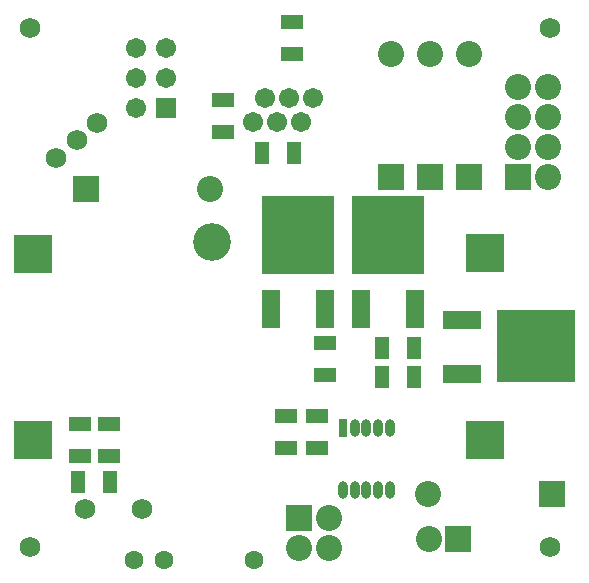
<source format=gbs>
%FSAX44Y44*%
%MOMM*%
G71*
G01*
G75*
G04 Layer_Color=16711935*
%ADD10R,1.1000X1.7000*%
%ADD11R,1.7000X1.1000*%
%ADD12O,1.9000X0.6000*%
%ADD13R,6.0000X6.5000*%
%ADD14R,1.4000X3.0000*%
%ADD15R,1.4000X1.1000*%
%ADD16O,0.5500X1.6500*%
%ADD17O,1.6500X0.5500*%
%ADD18C,0.5080*%
%ADD19C,1.5000*%
%ADD20C,1.5240*%
%ADD21C,3.0000*%
%ADD22R,3.0000X3.0000*%
%ADD23C,2.0000*%
%ADD24R,2.0000X2.0000*%
%ADD25C,2.0000*%
%ADD26R,2.0000X2.0000*%
%ADD27R,2.0000X2.0000*%
%ADD28C,1.5000*%
%ADD29R,1.5000X1.5000*%
%ADD30R,2.0000X2.0000*%
%ADD31C,1.4000*%
%ADD32C,0.5000*%
%ADD33C,3.4500*%
%ADD34C,0.8000*%
%ADD35O,0.5800X1.3000*%
%ADD36R,0.5800X1.3000*%
%ADD37R,6.5000X6.0000*%
%ADD38R,3.0000X1.4000*%
%ADD39C,1.0000*%
%ADD40R,2.2191X0.9960*%
%ADD41C,0.2540*%
%ADD42C,0.2500*%
%ADD43C,0.2000*%
%ADD44C,0.6000*%
%ADD45R,0.8000X2.8000*%
%ADD46R,2.8000X0.8000*%
%ADD47R,1.3032X1.9032*%
%ADD48R,1.9032X1.3032*%
%ADD49O,2.1032X0.8032*%
%ADD50R,6.2032X6.7032*%
%ADD51R,1.6032X3.2032*%
%ADD52R,1.6032X1.3032*%
%ADD53O,0.7532X1.8532*%
%ADD54O,1.8532X0.7532*%
%ADD55C,1.7272*%
%ADD56C,3.2032*%
%ADD57R,3.2032X3.2032*%
%ADD58C,2.2032*%
%ADD59R,2.2032X2.2032*%
%ADD60C,2.2032*%
%ADD61R,2.2032X2.2032*%
%ADD62R,2.2032X2.2032*%
%ADD63C,1.7032*%
%ADD64R,1.7032X1.7032*%
%ADD65R,2.2032X2.2032*%
%ADD66C,1.6032*%
%ADD67O,0.7832X1.5032*%
%ADD68R,0.7832X1.5032*%
%ADD69R,6.7032X6.2032*%
%ADD70R,3.2032X1.6032*%
D47*
X00455460Y00398780D02*
D03*
X00428460D02*
D03*
X00326860Y00563880D02*
D03*
X00353860D02*
D03*
X00428460Y00374650D02*
D03*
X00455460D02*
D03*
X00197650Y00285750D02*
D03*
X00170650D02*
D03*
D48*
X00373380Y00341160D02*
D03*
Y00314160D02*
D03*
X00346710Y00341160D02*
D03*
Y00314160D02*
D03*
X00379730Y00376390D02*
D03*
Y00403390D02*
D03*
X00351790Y00648170D02*
D03*
Y00675170D02*
D03*
X00293370Y00609130D02*
D03*
Y00582130D02*
D03*
X00172720Y00307810D02*
D03*
Y00334810D02*
D03*
X00196850Y00307810D02*
D03*
Y00334810D02*
D03*
D50*
X00356720Y00494800D02*
D03*
X00432920D02*
D03*
D51*
X00334020Y00432300D02*
D03*
X00379720Y00432300D02*
D03*
X00410220Y00432300D02*
D03*
X00455920Y00432300D02*
D03*
D55*
X00170180Y00575310D02*
D03*
X00186690Y00589280D02*
D03*
X00152400Y00560070D02*
D03*
X00225060Y00262890D02*
D03*
X00176260D02*
D03*
X00570000Y00670000D02*
D03*
X00130000D02*
D03*
Y00230000D02*
D03*
X00570000D02*
D03*
D56*
X00284580Y00488235D02*
D03*
D57*
X00132580Y00321400D02*
D03*
X00514985D02*
D03*
Y00479505D02*
D03*
X00132580Y00478235D02*
D03*
D58*
X00383540Y00255270D02*
D03*
Y00229870D02*
D03*
X00358140D02*
D03*
X00568960Y00543560D02*
D03*
Y00568960D02*
D03*
Y00594360D02*
D03*
Y00619760D02*
D03*
X00543560D02*
D03*
Y00594360D02*
D03*
Y00568960D02*
D03*
X00467760Y00237490D02*
D03*
D59*
X00358140Y00255270D02*
D03*
X00492760Y00237490D02*
D03*
D60*
X00282170Y00533400D02*
D03*
X00468630Y00647930D02*
D03*
X00501650D02*
D03*
X00467130Y00275590D02*
D03*
X00435610Y00647930D02*
D03*
D61*
X00177570Y00533400D02*
D03*
X00571730Y00275590D02*
D03*
D62*
X00543560Y00543560D02*
D03*
D63*
X00219710Y00601980D02*
D03*
Y00652780D02*
D03*
X00245110D02*
D03*
X00219710Y00627380D02*
D03*
X00245110D02*
D03*
X00359570Y00590550D02*
D03*
X00339170D02*
D03*
X00318770D02*
D03*
X00369770Y00610850D02*
D03*
X00349370D02*
D03*
X00328970D02*
D03*
D64*
X00245110Y00601980D02*
D03*
D65*
X00468630Y00543330D02*
D03*
X00501650D02*
D03*
X00435610D02*
D03*
D66*
X00218440Y00219710D02*
D03*
X00320040D02*
D03*
X00243840D02*
D03*
D67*
X00434970Y00278270D02*
D03*
X00424970D02*
D03*
X00414970D02*
D03*
X00404970D02*
D03*
X00394970D02*
D03*
X00434970Y00331470D02*
D03*
X00424970D02*
D03*
X00414970D02*
D03*
X00404970D02*
D03*
D68*
X00394970D02*
D03*
D69*
X00558300Y00400200D02*
D03*
D70*
X00495800Y00422900D02*
D03*
X00495800Y00377200D02*
D03*
M02*

</source>
